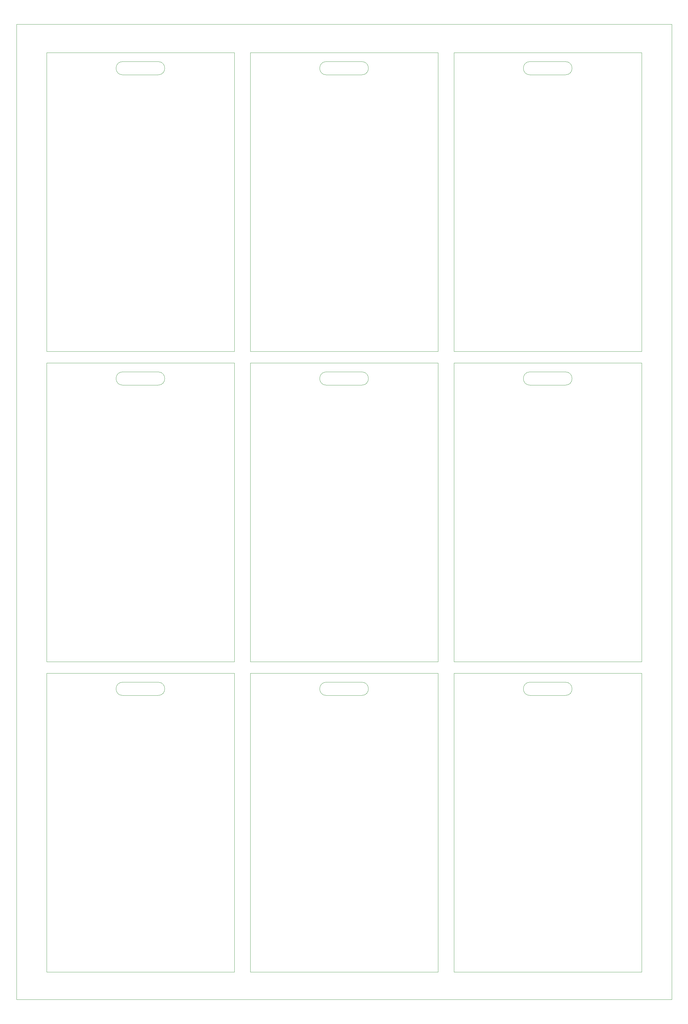
<source format=gm1>
G04 #@! TF.FileFunction,Profile,NP*
%FSLAX46Y46*%
G04 Gerber Fmt 4.6, Leading zero omitted, Abs format (unit mm)*
G04 Created by KiCad (PCBNEW 4.0.7) date 04/29/18 15:13:27*
%MOMM*%
%LPD*%
G01*
G04 APERTURE LIST*
%ADD10C,0.100000*%
%ADD11C,0.025400*%
G04 APERTURE END LIST*
D10*
D11*
X38100000Y-129540000D02*
X91948000Y-129540000D01*
X38100000Y-129540000D02*
X38100000Y-43942000D01*
X91948000Y-129540000D02*
X91948000Y-43942000D01*
X38100000Y-43942000D02*
X91948000Y-43942000D01*
X59944000Y-46482000D02*
X70104000Y-46482000D01*
X59944000Y-50292000D02*
X70104000Y-50292000D01*
X70104000Y-50292000D02*
G75*
G03X70104000Y-46482000I0J1905000D01*
G01*
X59944000Y-50292000D02*
G75*
G02X59944000Y-46482000I0J1905000D01*
G01*
X29464000Y-315214000D02*
X29464000Y-35814000D01*
X217424000Y-315214000D02*
X29464000Y-315214000D01*
X217424000Y-35814000D02*
X217424000Y-315214000D01*
X29464000Y-35814000D02*
X217424000Y-35814000D01*
X118364000Y-50292000D02*
G75*
G02X118364000Y-46482000I0J1905000D01*
G01*
X128524000Y-50292000D02*
G75*
G03X128524000Y-46482000I0J1905000D01*
G01*
X118364000Y-50292000D02*
X128524000Y-50292000D01*
X118364000Y-46482000D02*
X128524000Y-46482000D01*
X96520000Y-43942000D02*
X150368000Y-43942000D01*
X150368000Y-129540000D02*
X150368000Y-43942000D01*
X96520000Y-129540000D02*
X96520000Y-43942000D01*
X96520000Y-129540000D02*
X150368000Y-129540000D01*
X176784000Y-50292000D02*
G75*
G02X176784000Y-46482000I0J1905000D01*
G01*
X186944000Y-50292000D02*
G75*
G03X186944000Y-46482000I0J1905000D01*
G01*
X176784000Y-50292000D02*
X186944000Y-50292000D01*
X176784000Y-46482000D02*
X186944000Y-46482000D01*
X154940000Y-43942000D02*
X208788000Y-43942000D01*
X208788000Y-129540000D02*
X208788000Y-43942000D01*
X154940000Y-129540000D02*
X154940000Y-43942000D01*
X154940000Y-129540000D02*
X208788000Y-129540000D01*
X59944000Y-139192000D02*
G75*
G02X59944000Y-135382000I0J1905000D01*
G01*
X70104000Y-139192000D02*
G75*
G03X70104000Y-135382000I0J1905000D01*
G01*
X59944000Y-139192000D02*
X70104000Y-139192000D01*
X59944000Y-135382000D02*
X70104000Y-135382000D01*
X38100000Y-132842000D02*
X91948000Y-132842000D01*
X91948000Y-218440000D02*
X91948000Y-132842000D01*
X38100000Y-218440000D02*
X38100000Y-132842000D01*
X38100000Y-218440000D02*
X91948000Y-218440000D01*
X118364000Y-139192000D02*
G75*
G02X118364000Y-135382000I0J1905000D01*
G01*
X128524000Y-139192000D02*
G75*
G03X128524000Y-135382000I0J1905000D01*
G01*
X118364000Y-139192000D02*
X128524000Y-139192000D01*
X118364000Y-135382000D02*
X128524000Y-135382000D01*
X96520000Y-132842000D02*
X150368000Y-132842000D01*
X150368000Y-218440000D02*
X150368000Y-132842000D01*
X96520000Y-218440000D02*
X96520000Y-132842000D01*
X96520000Y-218440000D02*
X150368000Y-218440000D01*
X176784000Y-139192000D02*
G75*
G02X176784000Y-135382000I0J1905000D01*
G01*
X186944000Y-139192000D02*
G75*
G03X186944000Y-135382000I0J1905000D01*
G01*
X176784000Y-139192000D02*
X186944000Y-139192000D01*
X176784000Y-135382000D02*
X186944000Y-135382000D01*
X154940000Y-132842000D02*
X208788000Y-132842000D01*
X208788000Y-218440000D02*
X208788000Y-132842000D01*
X154940000Y-218440000D02*
X154940000Y-132842000D01*
X154940000Y-218440000D02*
X208788000Y-218440000D01*
X59944000Y-228092000D02*
G75*
G02X59944000Y-224282000I0J1905000D01*
G01*
X70104000Y-228092000D02*
G75*
G03X70104000Y-224282000I0J1905000D01*
G01*
X59944000Y-228092000D02*
X70104000Y-228092000D01*
X59944000Y-224282000D02*
X70104000Y-224282000D01*
X38100000Y-221742000D02*
X91948000Y-221742000D01*
X91948000Y-307340000D02*
X91948000Y-221742000D01*
X38100000Y-307340000D02*
X38100000Y-221742000D01*
X38100000Y-307340000D02*
X91948000Y-307340000D01*
X118364000Y-228092000D02*
G75*
G02X118364000Y-224282000I0J1905000D01*
G01*
X128524000Y-228092000D02*
G75*
G03X128524000Y-224282000I0J1905000D01*
G01*
X118364000Y-228092000D02*
X128524000Y-228092000D01*
X118364000Y-224282000D02*
X128524000Y-224282000D01*
X96520000Y-221742000D02*
X150368000Y-221742000D01*
X150368000Y-307340000D02*
X150368000Y-221742000D01*
X96520000Y-307340000D02*
X96520000Y-221742000D01*
X96520000Y-307340000D02*
X150368000Y-307340000D01*
X176784000Y-228092000D02*
G75*
G02X176784000Y-224282000I0J1905000D01*
G01*
X186944000Y-228092000D02*
G75*
G03X186944000Y-224282000I0J1905000D01*
G01*
X176784000Y-228092000D02*
X186944000Y-228092000D01*
X176784000Y-224282000D02*
X186944000Y-224282000D01*
X154940000Y-221742000D02*
X208788000Y-221742000D01*
X208788000Y-307340000D02*
X208788000Y-221742000D01*
X154940000Y-307340000D02*
X154940000Y-221742000D01*
X154940000Y-307340000D02*
X208788000Y-307340000D01*
M02*

</source>
